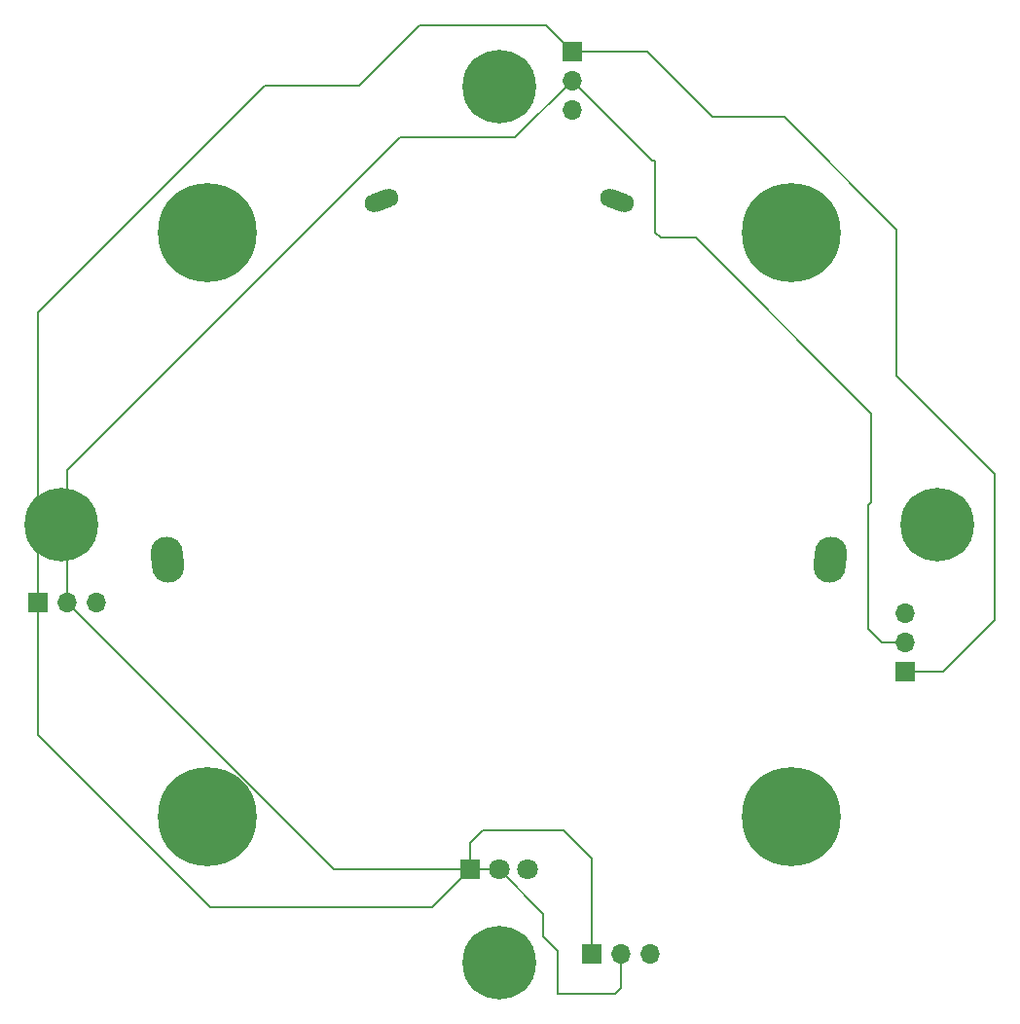
<source format=gbr>
%TF.GenerationSoftware,KiCad,Pcbnew,(6.0.5-0)*%
%TF.CreationDate,2023-02-12T17:03:44-08:00*%
%TF.ProjectId,scratch,73637261-7463-4682-9e6b-696361645f70,rev?*%
%TF.SameCoordinates,Original*%
%TF.FileFunction,Copper,L1,Top*%
%TF.FilePolarity,Positive*%
%FSLAX46Y46*%
G04 Gerber Fmt 4.6, Leading zero omitted, Abs format (unit mm)*
G04 Created by KiCad (PCBNEW (6.0.5-0)) date 2023-02-12 17:03:44*
%MOMM*%
%LPD*%
G01*
G04 APERTURE LIST*
G04 Aperture macros list*
%AMHorizOval*
0 Thick line with rounded ends*
0 $1 width*
0 $2 $3 position (X,Y) of the first rounded end (center of the circle)*
0 $4 $5 position (X,Y) of the second rounded end (center of the circle)*
0 Add line between two ends*
20,1,$1,$2,$3,$4,$5,0*
0 Add two circle primitives to create the rounded ends*
1,1,$1,$2,$3*
1,1,$1,$4,$5*%
G04 Aperture macros list end*
%TA.AperFunction,ComponentPad*%
%ADD10R,1.700000X1.700000*%
%TD*%
%TA.AperFunction,ComponentPad*%
%ADD11O,1.700000X1.700000*%
%TD*%
%TA.AperFunction,ComponentPad*%
%ADD12C,8.600000*%
%TD*%
%TA.AperFunction,ComponentPad*%
%ADD13C,0.900000*%
%TD*%
%TA.AperFunction,ComponentPad*%
%ADD14C,0.800000*%
%TD*%
%TA.AperFunction,ComponentPad*%
%ADD15C,6.400000*%
%TD*%
%TA.AperFunction,WasherPad*%
%ADD16HorizOval,2.800000X-0.062717X0.596713X0.062717X-0.596713X0*%
%TD*%
%TA.AperFunction,WasherPad*%
%ADD17HorizOval,1.600000X0.657785X0.239414X-0.657785X-0.239414X0*%
%TD*%
%TA.AperFunction,WasherPad*%
%ADD18HorizOval,1.600000X0.657785X-0.239414X-0.657785X0.239414X0*%
%TD*%
%TA.AperFunction,WasherPad*%
%ADD19HorizOval,2.800000X0.062717X0.596713X-0.062717X-0.596713X0*%
%TD*%
%TA.AperFunction,ComponentPad*%
%ADD20R,1.800000X1.800000*%
%TD*%
%TA.AperFunction,ComponentPad*%
%ADD21C,1.800000*%
%TD*%
%TA.AperFunction,Conductor*%
%ADD22C,0.200000*%
%TD*%
G04 APERTURE END LIST*
D10*
%TO.P,REF\u002A\u002A,1*%
%TO.N,N/C*%
X90831000Y-108298000D03*
D11*
%TO.P,REF\u002A\u002A,2*%
X93371000Y-108298000D03*
%TO.P,REF\u002A\u002A,3*%
X95911000Y-108298000D03*
%TD*%
D10*
%TO.P,REF\u002A\u002A,1*%
%TO.N,N/C*%
X137331000Y-60298000D03*
D11*
%TO.P,REF\u002A\u002A,2*%
X137331000Y-62838000D03*
%TO.P,REF\u002A\u002A,3*%
X137331000Y-65378000D03*
%TD*%
D10*
%TO.P,REF\u002A\u002A,1*%
%TO.N,N/C*%
X166331000Y-114298000D03*
D11*
%TO.P,REF\u002A\u002A,2*%
X166331000Y-111758000D03*
%TO.P,REF\u002A\u002A,3*%
X166331000Y-109218000D03*
%TD*%
D10*
%TO.P,REF\u002A\u002A,1*%
%TO.N,N/C*%
X139081000Y-138798000D03*
D11*
%TO.P,REF\u002A\u002A,2*%
X141621000Y-138798000D03*
%TO.P,REF\u002A\u002A,3*%
X144161000Y-138798000D03*
%TD*%
D12*
%TO.P,REF\u002A\u002A,1*%
%TO.N,N/C*%
X105581000Y-126898000D03*
D13*
X105581000Y-130123000D03*
X103300581Y-129178419D03*
X107861419Y-124617581D03*
X107861419Y-129178419D03*
X102356000Y-126898000D03*
X103300581Y-124617581D03*
X105581000Y-123673000D03*
X108806000Y-126898000D03*
%TD*%
D12*
%TO.P,REF\u002A\u002A,1*%
%TO.N,N/C*%
X156381000Y-126898000D03*
D13*
X156381000Y-130123000D03*
X154100581Y-129178419D03*
X158661419Y-124617581D03*
X158661419Y-129178419D03*
X153156000Y-126898000D03*
X154100581Y-124617581D03*
X156381000Y-123673000D03*
X159606000Y-126898000D03*
%TD*%
D12*
%TO.P,REF\u002A\u002A,1*%
%TO.N,N/C*%
X156381000Y-76098000D03*
D13*
X156381000Y-79323000D03*
X154100581Y-78378419D03*
X158661419Y-73817581D03*
X158661419Y-78378419D03*
X153156000Y-76098000D03*
X154100581Y-73817581D03*
X156381000Y-72873000D03*
X159606000Y-76098000D03*
%TD*%
D12*
%TO.P,REF\u002A\u002A,1*%
%TO.N,N/C*%
X105581000Y-76098000D03*
D13*
X105581000Y-79323000D03*
X103300581Y-78378419D03*
X107861419Y-73817581D03*
X107861419Y-78378419D03*
X102356000Y-76098000D03*
X103300581Y-73817581D03*
X105581000Y-72873000D03*
X108806000Y-76098000D03*
%TD*%
D14*
%TO.P,REF\u002A\u002A,1*%
%TO.N,N/C*%
X92881000Y-99098000D03*
X94578056Y-103195056D03*
X94578056Y-99800944D03*
X95281000Y-101498000D03*
D15*
X92881000Y-101498000D03*
D14*
X92881000Y-103898000D03*
X91183944Y-99800944D03*
X91183944Y-103195056D03*
X90481000Y-101498000D03*
%TD*%
%TO.P,REF\u002A\u002A,1*%
%TO.N,N/C*%
X169081000Y-99098000D03*
X170778056Y-103195056D03*
X170778056Y-99800944D03*
X171481000Y-101498000D03*
D15*
X169081000Y-101498000D03*
D14*
X169081000Y-103898000D03*
X167383944Y-99800944D03*
X167383944Y-103195056D03*
X166681000Y-101498000D03*
%TD*%
%TO.P,REF\u002A\u002A,1*%
%TO.N,N/C*%
X130981000Y-137198000D03*
X132678056Y-141295056D03*
X132678056Y-137900944D03*
X133381000Y-139598000D03*
D15*
X130981000Y-139598000D03*
D14*
X130981000Y-141998000D03*
X129283944Y-137900944D03*
X129283944Y-141295056D03*
X128581000Y-139598000D03*
%TD*%
%TO.P,REF\u002A\u002A,1*%
%TO.N,N/C*%
X130981000Y-60998000D03*
X132678056Y-65095056D03*
X132678056Y-61700944D03*
X133381000Y-63398000D03*
D15*
X130981000Y-63398000D03*
D14*
X130981000Y-65798000D03*
X129283944Y-61700944D03*
X129283944Y-65095056D03*
X128581000Y-63398000D03*
%TD*%
D16*
%TO.P,REF\u002A\u002A,*%
%TO.N,*%
X102139865Y-104529325D03*
D17*
X120720396Y-73307221D03*
D18*
X141241604Y-73307221D03*
D19*
X159822135Y-104529325D03*
D20*
%TO.P,REF\u002A\u002A,A*%
%TO.N,N/C*%
X128481000Y-131498000D03*
D21*
%TO.P,REF\u002A\u002A,B*%
X133481000Y-131498000D03*
%TO.P,REF\u002A\u002A,C*%
X130981000Y-131498000D03*
%TD*%
D22*
%TO.N,*%
X130981000Y-131498000D02*
X134831000Y-135348000D01*
X134831000Y-135348000D02*
X134831000Y-137298000D01*
X134831000Y-137298000D02*
X136081000Y-138548000D01*
X136081000Y-138548000D02*
X136081000Y-142298000D01*
X136081000Y-142298000D02*
X141081000Y-142298000D01*
X141081000Y-142298000D02*
X141621000Y-141758000D01*
X141621000Y-141758000D02*
X141621000Y-138798000D01*
X128481000Y-131498000D02*
X128481000Y-129148000D01*
X128481000Y-129148000D02*
X129581000Y-128048000D01*
X129581000Y-128048000D02*
X136581000Y-128048000D01*
X136581000Y-128048000D02*
X139081000Y-130548000D01*
X139081000Y-130548000D02*
X139081000Y-138798000D01*
X166331000Y-111758000D02*
X164291000Y-111758000D01*
X164291000Y-111758000D02*
X163081000Y-110548000D01*
X163081000Y-110548000D02*
X163081000Y-99798000D01*
X163081000Y-99798000D02*
X163331000Y-99548000D01*
X163331000Y-99548000D02*
X163331000Y-91798000D01*
X163331000Y-91798000D02*
X148081000Y-76548000D01*
X148081000Y-76548000D02*
X145081000Y-76548000D01*
X145081000Y-76548000D02*
X144581000Y-76048000D01*
X144581000Y-76048000D02*
X144581000Y-69798000D01*
X144581000Y-69798000D02*
X144291000Y-69798000D01*
X144291000Y-69798000D02*
X137331000Y-62838000D01*
X137331000Y-60298000D02*
X143831000Y-60298000D01*
X143831000Y-60298000D02*
X149581000Y-66048000D01*
X165581000Y-75798000D02*
X165581000Y-88548000D01*
X149581000Y-66048000D02*
X155831000Y-66048000D01*
X155831000Y-66048000D02*
X165581000Y-75798000D01*
X165581000Y-88548000D02*
X174081000Y-97048000D01*
X174081000Y-97048000D02*
X174081000Y-109798000D01*
X174081000Y-109798000D02*
X169581000Y-114298000D01*
X169581000Y-114298000D02*
X166331000Y-114298000D01*
X93371000Y-108298000D02*
X93371000Y-96758000D01*
X93371000Y-96758000D02*
X122331000Y-67798000D01*
X122331000Y-67798000D02*
X132371000Y-67798000D01*
X132371000Y-67798000D02*
X137331000Y-62838000D01*
X90831000Y-108298000D02*
X90831000Y-83048000D01*
X90831000Y-83048000D02*
X110581000Y-63298000D01*
X110581000Y-63298000D02*
X118831000Y-63298000D01*
X124081000Y-58048000D02*
X135081000Y-58048000D01*
X118831000Y-63298000D02*
X124081000Y-58048000D01*
X135081000Y-58048000D02*
X137331000Y-60298000D01*
X130981000Y-131498000D02*
X116571000Y-131498000D01*
X116571000Y-131498000D02*
X93371000Y-108298000D01*
X128481000Y-131498000D02*
X125181000Y-134798000D01*
X125181000Y-134798000D02*
X105831000Y-134798000D01*
X90831000Y-119798000D02*
X90831000Y-108298000D01*
X105831000Y-134798000D02*
X90831000Y-119798000D01*
%TD*%
M02*

</source>
